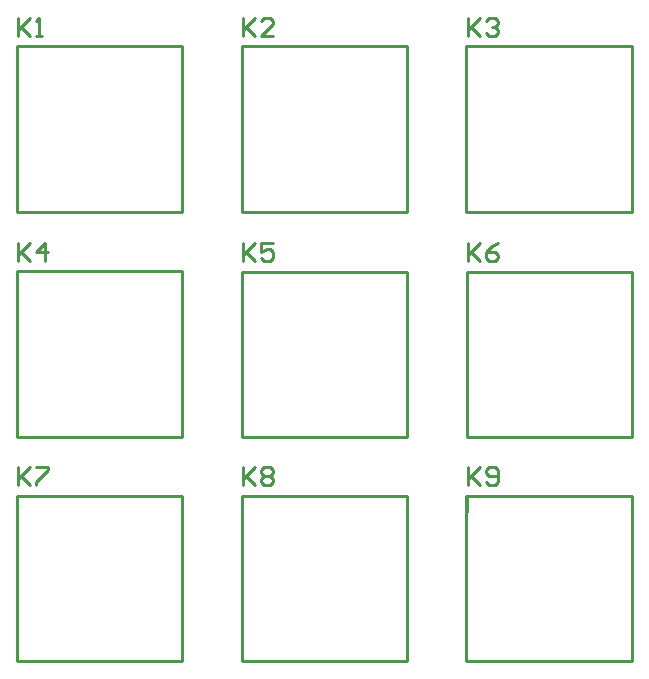
<source format=gbr>
%TF.GenerationSoftware,Altium Limited,Altium Designer,20.1.12 (249)*%
G04 Layer_Color=65535*
%FSLAX26Y26*%
%MOIN*%
%TF.SameCoordinates,48E641B1-37B0-44A9-B879-09A3BD72E7FB*%
%TF.FilePolarity,Positive*%
%TF.FileFunction,Legend,Top*%
%TF.Part,Single*%
G01*
G75*
%TA.AperFunction,NonConductor*%
%ADD19C,0.010000*%
G36*
X123425Y99409D02*
D01*
D02*
G37*
G36*
X872638D02*
D01*
D02*
G37*
G36*
X123425Y848622D02*
D01*
D02*
G37*
G36*
Y1597835D02*
D01*
D02*
G37*
G36*
X872874Y847598D02*
D01*
D02*
G37*
G36*
X1621850Y99409D02*
D01*
D02*
G37*
G36*
X1622087Y847598D02*
D01*
D02*
G37*
G36*
X872638Y1597835D02*
D01*
D02*
G37*
G36*
X1621850D02*
D01*
D02*
G37*
D19*
X123425Y99409D02*
Y650591D01*
Y99409D02*
X674606D01*
X123425Y650591D02*
X674606D01*
Y99409D02*
Y650591D01*
X123425Y848622D02*
Y1399803D01*
Y848622D02*
X674606D01*
X123425Y1399803D02*
X674606D01*
Y848622D02*
Y1399803D01*
X872874Y847598D02*
Y1398780D01*
Y847598D02*
X1424055D01*
X872874Y1398780D02*
X1424055D01*
Y847598D02*
Y1398780D01*
X1622087Y847598D02*
Y1398780D01*
Y847598D02*
X2173268D01*
X1622087Y1398780D02*
X2173268D01*
Y847598D02*
Y1398780D01*
X872638Y99409D02*
Y650591D01*
Y99409D02*
X1423819D01*
X872638Y650591D02*
X1423819D01*
Y99409D02*
Y650591D01*
X1621850Y99409D02*
Y650591D01*
Y99409D02*
X2173031D01*
X1621850Y650591D02*
X2173031D01*
Y99409D02*
Y650591D01*
X123425Y1597835D02*
Y2149016D01*
Y1597835D02*
X674606D01*
X123425Y2149016D02*
X674606D01*
Y1597835D02*
Y2149016D01*
X872638Y1597835D02*
Y2149016D01*
Y1597835D02*
X1423819D01*
X872638Y2149016D02*
X1423819D01*
Y1597835D02*
Y2149016D01*
X1621850Y1597835D02*
Y2149016D01*
Y1597835D02*
X2173031D01*
X1621850Y2149016D02*
X2173031D01*
Y1597835D02*
Y2149016D01*
X1622083Y649567D02*
X1689685D01*
X1622083Y596453D02*
Y649567D01*
X1626382Y2244315D02*
Y2184335D01*
Y2204328D01*
X1666369Y2244315D01*
X1636379Y2214325D01*
X1666369Y2184335D01*
X1686362Y2234318D02*
X1696359Y2244315D01*
X1716353D01*
X1726350Y2234318D01*
Y2224322D01*
X1716353Y2214325D01*
X1706356D01*
X1716353D01*
X1726350Y2204328D01*
Y2194331D01*
X1716353Y2184335D01*
X1696359D01*
X1686362Y2194331D01*
X877169Y2244315D02*
Y2184335D01*
Y2204328D01*
X917156Y2244315D01*
X887166Y2214325D01*
X917156Y2184335D01*
X977137D02*
X937150D01*
X977137Y2224322D01*
Y2234318D01*
X967140Y2244315D01*
X947147D01*
X937150Y2234318D01*
X127957Y2244315D02*
Y2184335D01*
Y2204328D01*
X167944Y2244315D01*
X137953Y2214325D01*
X167944Y2184335D01*
X187937D02*
X207931D01*
X197934D01*
Y2244315D01*
X187937Y2234318D01*
X1626382Y745890D02*
Y685909D01*
Y705903D01*
X1666369Y745890D01*
X1636379Y715900D01*
X1666369Y685909D01*
X1686362Y695906D02*
X1696359Y685909D01*
X1716353D01*
X1726350Y695906D01*
Y735893D01*
X1716353Y745890D01*
X1696359D01*
X1686362Y735893D01*
Y725896D01*
X1696359Y715900D01*
X1726350D01*
X877169Y745890D02*
Y685909D01*
Y705903D01*
X917156Y745890D01*
X887166Y715900D01*
X917156Y685909D01*
X937150Y735893D02*
X947147Y745890D01*
X967140D01*
X977137Y735893D01*
Y725896D01*
X967140Y715900D01*
X977137Y705903D01*
Y695906D01*
X967140Y685909D01*
X947147D01*
X937150Y695906D01*
Y705903D01*
X947147Y715900D01*
X937150Y725896D01*
Y735893D01*
X947147Y715900D02*
X967140D01*
X1626618Y1494079D02*
Y1434098D01*
Y1454092D01*
X1666605Y1494079D01*
X1636615Y1464089D01*
X1666605Y1434098D01*
X1726586Y1494079D02*
X1706592Y1484082D01*
X1686599Y1464089D01*
Y1444095D01*
X1696595Y1434098D01*
X1716589D01*
X1726586Y1444095D01*
Y1454092D01*
X1716589Y1464089D01*
X1686599D01*
X877405Y1494079D02*
Y1434098D01*
Y1454092D01*
X917393Y1494079D01*
X887402Y1464089D01*
X917393Y1434098D01*
X977373Y1494079D02*
X937386D01*
Y1464089D01*
X957380Y1474085D01*
X967376D01*
X977373Y1464089D01*
Y1444095D01*
X967376Y1434098D01*
X947383D01*
X937386Y1444095D01*
X127957Y1495103D02*
Y1435122D01*
Y1455116D01*
X167944Y1495103D01*
X137953Y1465112D01*
X167944Y1435122D01*
X217928D02*
Y1495103D01*
X187937Y1465112D01*
X227924D01*
X127957Y745890D02*
Y685909D01*
Y705903D01*
X167944Y745890D01*
X137953Y715900D01*
X167944Y685909D01*
X187937Y745890D02*
X227924D01*
Y735893D01*
X187937Y695906D01*
Y685909D01*
%TF.MD5,b1f35c0ec5fffa82d825bde67f8918d4*%
M02*

</source>
